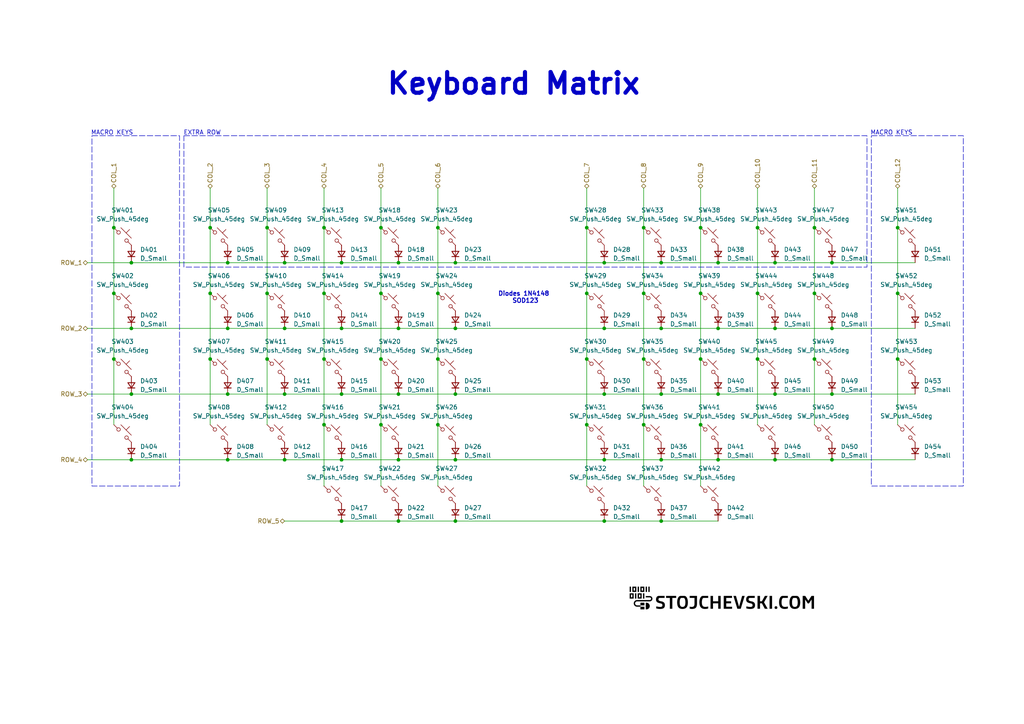
<source format=kicad_sch>
(kicad_sch (version 20231120) (generator "eeschema") (generator_version "8.0")
  (paper "A4")
  (title_block (title "phnx") (date "2024-03-14") (rev "A"))
  (lib_symbols
    (symbol "Device:D_Small" (pin_numbers hide) (pin_names (offset 0.254) hide)
      (property "Reference" "D" (at -1.27 2.032 0))
      (property "Value" "D_Small" (at -3.81 -2.032 0))
      (symbol "D_Small_0_1"
        (polyline (pts (xy -0.762 -1.016) (xy -0.762 1.016)) (stroke (width 0.254)))
        (polyline (pts (xy -0.762 0) (xy 0.762 0)))
        (polyline (pts (xy 0.762 -1.016) (xy -0.762 0) (xy 0.762 1.016) (xy 0.762 -1.016)) (stroke (width 0.254)))
      )
      (symbol "D_Small_1_1"
        (pin passive line (at -2.54 0 0) (length 1.778) (name "K") (number "1"))
        (pin passive line (at 2.54 0 180) (length 1.778) (name "A") (number "2"))
      )
    )
    (symbol "Switch:SW_Push_45deg" (pin_numbers hide) (pin_names (offset 1.016) hide)
      (property "Reference" "SW" (at 3.048 1.016 0))
      (property "Value" "SW_Push_45deg" (at 0 -3.81 0))
      (symbol "SW_Push_45deg_0_1"
        (circle (center -1.1684 1.1684) (radius 0.508))
        (polyline (pts (xy -0.508 2.54) (xy 2.54 -0.508)))
        (polyline (pts (xy 1.016 1.016) (xy 2.032 2.032)))
        (polyline (pts (xy -2.54 2.54) (xy -1.524 1.524) (xy -1.524 1.524)))
        (polyline (pts (xy 1.524 -1.524) (xy 2.54 -2.54) (xy 2.54 -2.54) (xy 2.54 -2.54)))
        (circle (center 1.143 -1.1938) (radius 0.508))
        (pin passive line (at -2.54 2.54 0) (length 0) (name "1") (number "1"))
        (pin passive line (at 2.54 -2.54 180) (length 0) (name "2") (number "2"))
      )
    )
  )
  (junction (at 60.96 85.09))
  (junction (at 203.2 66.04))
  (junction (at 99.06 151.13))
  (junction (at 127 123.19))
  (junction (at 191.77 151.13))
  (junction (at 186.69 104.14))
  (junction (at 224.79 114.3))
  (junction (at 175.26 76.2))
  (junction (at 175.26 95.25))
  (junction (at 132.08 114.3))
  (junction (at 219.71 85.09))
  (junction (at 110.49 85.09))
  (junction (at 110.49 66.04))
  (junction (at 99.06 114.3))
  (junction (at 203.2 85.09))
  (junction (at 175.26 133.35))
  (junction (at 66.04 95.25))
  (junction (at 191.77 76.2))
  (junction (at 77.47 85.09))
  (junction (at 99.06 95.25))
  (junction (at 241.3 95.25))
  (junction (at 66.04 133.35))
  (junction (at 66.04 76.2))
  (junction (at 33.02 66.04))
  (junction (at 127 66.04))
  (junction (at 175.26 114.3))
  (junction (at 186.69 85.09))
  (junction (at 170.18 104.14))
  (junction (at 203.2 123.19))
  (junction (at 208.28 133.35))
  (junction (at 33.02 85.09))
  (junction (at 186.69 123.19))
  (junction (at 82.55 114.3))
  (junction (at 82.55 76.2))
  (junction (at 208.28 95.25))
  (junction (at 93.98 85.09))
  (junction (at 236.22 104.14))
  (junction (at 219.71 104.14))
  (junction (at 236.22 85.09))
  (junction (at 132.08 76.2))
  (junction (at 175.26 151.13))
  (junction (at 170.18 123.19))
  (junction (at 186.69 66.04))
  (junction (at 170.18 85.09))
  (junction (at 224.79 76.2))
  (junction (at 110.49 123.19))
  (junction (at 38.1 133.35))
  (junction (at 60.96 66.04))
  (junction (at 170.18 66.04))
  (junction (at 99.06 133.35))
  (junction (at 99.06 76.2))
  (junction (at 82.55 95.25))
  (junction (at 33.02 104.14))
  (junction (at 93.98 104.14))
  (junction (at 219.71 66.04))
  (junction (at 208.28 114.3))
  (junction (at 132.08 133.35))
  (junction (at 203.2 104.14))
  (junction (at 191.77 114.3))
  (junction (at 241.3 114.3))
  (junction (at 77.47 66.04))
  (junction (at 93.98 123.19))
  (junction (at 260.35 104.14))
  (junction (at 115.57 151.13))
  (junction (at 241.3 133.35))
  (junction (at 38.1 95.25))
  (junction (at 38.1 114.3))
  (junction (at 38.1 76.2))
  (junction (at 241.3 76.2))
  (junction (at 132.08 95.25))
  (junction (at 77.47 104.14))
  (junction (at 110.49 104.14))
  (junction (at 115.57 76.2))
  (junction (at 127 85.09))
  (junction (at 60.96 104.14))
  (junction (at 224.79 133.35))
  (junction (at 260.35 85.09))
  (junction (at 82.55 133.35))
  (junction (at 191.77 133.35))
  (junction (at 127 104.14))
  (junction (at 115.57 114.3))
  (junction (at 224.79 95.25))
  (junction (at 93.98 66.04))
  (junction (at 132.08 151.13))
  (junction (at 236.22 66.04))
  (junction (at 115.57 95.25))
  (junction (at 115.57 133.35))
  (junction (at 208.28 76.2))
  (junction (at 260.35 66.04))
  (junction (at 191.77 95.25))
  (junction (at 66.04 114.3))
  (wire (pts (xy 66.04 95.25) (xy 38.1 95.25)))
  (wire (pts (xy 25.4 133.35) (xy 38.1 133.35)))
  (wire (pts (xy 115.57 95.25) (xy 99.06 95.25)))
  (wire (pts (xy 132.08 151.13) (xy 175.26 151.13)))
  (wire (pts (xy 260.35 85.09) (xy 260.35 104.14)))
  (wire (pts (xy 260.35 66.04) (xy 260.35 85.09)))
  (wire (pts (xy 115.57 114.3) (xy 132.08 114.3)))
  (wire (pts (xy 60.96 85.09) (xy 60.96 104.14)))
  (wire (pts (xy 170.18 85.09) (xy 170.18 104.14)))
  (wire (pts (xy 191.77 95.25) (xy 175.26 95.25)))
  (wire (pts (xy 82.55 133.35) (xy 99.06 133.35)))
  (wire (pts (xy 93.98 85.09) (xy 93.98 104.14)))
  (wire (pts (xy 127 54.61) (xy 127 66.04)))
  (wire (pts (xy 203.2 66.04) (xy 203.2 85.09)))
  (wire (pts (xy 127 85.09) (xy 127 104.14)))
  (wire (pts (xy 241.3 114.3) (xy 265.43 114.3)))
  (wire (pts (xy 110.49 104.14) (xy 110.49 123.19)))
  (wire (pts (xy 110.49 54.61) (xy 110.49 66.04)))
  (wire (pts (xy 208.28 95.25) (xy 191.77 95.25)))
  (wire (pts (xy 132.08 114.3) (xy 175.26 114.3)))
  (wire (pts (xy 60.96 66.04) (xy 60.96 85.09)))
  (wire (pts (xy 66.04 133.35) (xy 82.55 133.35)))
  (wire (pts (xy 208.28 133.35) (xy 224.79 133.35)))
  (wire (pts (xy 219.71 104.14) (xy 219.71 123.19)))
  (wire (pts (xy 82.55 114.3) (xy 99.06 114.3)))
  (wire (pts (xy 203.2 54.61) (xy 203.2 66.04)))
  (wire (pts (xy 175.26 151.13) (xy 191.77 151.13)))
  (wire (pts (xy 33.02 54.61) (xy 33.02 66.04)))
  (wire (pts (xy 132.08 76.2) (xy 175.26 76.2)))
  (wire (pts (xy 175.26 114.3) (xy 191.77 114.3)))
  (wire (pts (xy 132.08 133.35) (xy 175.26 133.35)))
  (wire (pts (xy 110.49 66.04) (xy 110.49 85.09)))
  (wire (pts (xy 186.69 66.04) (xy 186.69 85.09)))
  (wire (pts (xy 93.98 123.19) (xy 93.98 140.97)))
  (wire (pts (xy 170.18 66.04) (xy 170.18 85.09)))
  (wire (pts (xy 115.57 76.2) (xy 132.08 76.2)))
  (wire (pts (xy 82.55 151.13) (xy 99.06 151.13)))
  (wire (pts (xy 82.55 95.25) (xy 66.04 95.25)))
  (wire (pts (xy 115.57 151.13) (xy 132.08 151.13)))
  (wire (pts (xy 203.2 123.19) (xy 203.2 140.97)))
  (wire (pts (xy 82.55 76.2) (xy 99.06 76.2)))
  (wire (pts (xy 127 66.04) (xy 127 85.09)))
  (wire (pts (xy 224.79 76.2) (xy 241.3 76.2)))
  (wire (pts (xy 186.69 54.61) (xy 186.69 66.04)))
  (wire (pts (xy 219.71 85.09) (xy 219.71 104.14)))
  (wire (pts (xy 191.77 133.35) (xy 208.28 133.35)))
  (wire (pts (xy 60.96 104.14) (xy 60.96 123.19)))
  (wire (pts (xy 66.04 76.2) (xy 82.55 76.2)))
  (wire (pts (xy 25.4 114.3) (xy 38.1 114.3)))
  (wire (pts (xy 77.47 54.61) (xy 77.47 66.04)))
  (wire (pts (xy 99.06 76.2) (xy 115.57 76.2)))
  (wire (pts (xy 33.02 66.04) (xy 33.02 85.09)))
  (wire (pts (xy 127 104.14) (xy 127 123.19)))
  (wire (pts (xy 93.98 104.14) (xy 93.98 123.19)))
  (wire (pts (xy 186.69 123.19) (xy 186.69 140.97)))
  (wire (pts (xy 38.1 133.35) (xy 66.04 133.35)))
  (wire (pts (xy 186.69 85.09) (xy 186.69 104.14)))
  (wire (pts (xy 132.08 95.25) (xy 115.57 95.25)))
  (wire (pts (xy 77.47 104.14) (xy 77.47 123.19)))
  (wire (pts (xy 219.71 66.04) (xy 219.71 85.09)))
  (wire (pts (xy 127 123.19) (xy 127 140.97)))
  (wire (pts (xy 33.02 104.14) (xy 33.02 123.19)))
  (wire (pts (xy 236.22 54.61) (xy 236.22 66.04)))
  (wire (pts (xy 203.2 104.14) (xy 203.2 123.19)))
  (wire (pts (xy 99.06 95.25) (xy 82.55 95.25)))
  (wire (pts (xy 38.1 114.3) (xy 66.04 114.3)))
  (wire (pts (xy 170.18 123.19) (xy 170.18 140.97)))
  (wire (pts (xy 260.35 104.14) (xy 260.35 123.19)))
  (wire (pts (xy 175.26 133.35) (xy 191.77 133.35)))
  (wire (pts (xy 224.79 114.3) (xy 241.3 114.3)))
  (wire (pts (xy 241.3 133.35) (xy 265.43 133.35)))
  (wire (pts (xy 33.02 85.09) (xy 33.02 104.14)))
  (wire (pts (xy 99.06 151.13) (xy 115.57 151.13)))
  (wire (pts (xy 186.69 104.14) (xy 186.69 123.19)))
  (wire (pts (xy 170.18 54.61) (xy 170.18 66.04)))
  (wire (pts (xy 93.98 66.04) (xy 93.98 85.09)))
  (wire (pts (xy 236.22 66.04) (xy 236.22 85.09)))
  (wire (pts (xy 110.49 85.09) (xy 110.49 104.14)))
  (wire (pts (xy 260.35 54.61) (xy 260.35 66.04)))
  (wire (pts (xy 93.98 54.61) (xy 93.98 66.04)))
  (wire (pts (xy 219.71 54.61) (xy 219.71 66.04)))
  (wire (pts (xy 208.28 114.3) (xy 224.79 114.3)))
  (wire (pts (xy 66.04 114.3) (xy 82.55 114.3)))
  (wire (pts (xy 38.1 76.2) (xy 66.04 76.2)))
  (wire (pts (xy 236.22 85.09) (xy 236.22 104.14)))
  (wire (pts (xy 110.49 123.19) (xy 110.49 140.97)))
  (wire (pts (xy 38.1 95.25) (xy 25.4 95.25)))
  (wire (pts (xy 241.3 95.25) (xy 224.79 95.25)))
  (wire (pts (xy 224.79 133.35) (xy 241.3 133.35)))
  (wire (pts (xy 203.2 85.09) (xy 203.2 104.14)))
  (wire (pts (xy 77.47 85.09) (xy 77.47 104.14)))
  (wire (pts (xy 241.3 76.2) (xy 265.43 76.2)))
  (wire (pts (xy 170.18 104.14) (xy 170.18 123.19)))
  (wire (pts (xy 99.06 114.3) (xy 115.57 114.3)))
  (wire (pts (xy 265.43 95.25) (xy 241.3 95.25)))
  (wire (pts (xy 60.96 54.61) (xy 60.96 66.04)))
  (wire (pts (xy 175.26 76.2) (xy 191.77 76.2)))
  (wire (pts (xy 115.57 133.35) (xy 132.08 133.35)))
  (wire (pts (xy 191.77 151.13) (xy 208.28 151.13)))
  (wire (pts (xy 77.47 66.04) (xy 77.47 85.09)))
  (wire (pts (xy 224.79 95.25) (xy 208.28 95.25)))
  (wire (pts (xy 25.4 76.2) (xy 38.1 76.2)))
  (wire (pts (xy 99.06 133.35) (xy 115.57 133.35)))
  (wire (pts (xy 175.26 95.25) (xy 132.08 95.25)))
  (wire (pts (xy 191.77 76.2) (xy 208.28 76.2)))
  (wire (pts (xy 191.77 114.3) (xy 208.28 114.3)))
  (wire (pts (xy 236.22 104.14) (xy 236.22 123.19)))
  (wire (pts (xy 208.28 76.2) (xy 224.79 76.2)))
  (rectangle (start 252.73 39.37) (end 279.4 140.97) (stroke (width 0) (type dash)))
  (rectangle (start 26.67 39.37) (end 52.07 140.97) (stroke (width 0) (type dash)))
  (rectangle (start 53.34 39.37) (end 251.46 77.47) (stroke (width 0) (type dash)))
  (image (at 209.55 173.99) (scale 0.132712))
  (text "Keyboard Matrix" (at 111.76 27.94 0) (effects (font (size 6 6) (thickness 1.2) (bold yes)) (justify left bottom)))
  (text "Diodes 1N4148 \nSOD123" (at 152.4 86.36 0) (effects (font (size 1.27 1.27) (bold yes))))
  (text "MACRO KEYS\n" (at 258.572 38.608 0) (effects (font (size 1.27 1.27))))
  (text "EXTRA ROW" (at 58.674 38.608 0) (effects (font (size 1.27 1.27))))
  (text "MACRO KEYS\n" (at 32.512 38.608 0) (effects (font (size 1.27 1.27))))
  (hierarchical_label "ROW_3" (shape bidirectional) (at 25.4 114.3 180))
  (hierarchical_label "COL_12" (shape bidirectional) (at 260.35 54.61 90))
  (hierarchical_label "ROW_5" (shape bidirectional) (at 82.55 151.13 180))
  (hierarchical_label "COL_10" (shape bidirectional) (at 219.71 54.61 90))
  (hierarchical_label "COL_5" (shape bidirectional) (at 110.49 54.61 90))
  (hierarchical_label "ROW_4" (shape bidirectional) (at 25.4 133.35 180))
  (hierarchical_label "COL_11" (shape bidirectional) (at 236.22 54.61 90))
  (hierarchical_label "COL_2" (shape bidirectional) (at 60.96 54.61 90))
  (hierarchical_label "COL_4" (shape bidirectional) (at 93.98 54.61 90))
  (hierarchical_label "ROW_2" (shape bidirectional) (at 25.4 95.25 180))
  (hierarchical_label "ROW_1" (shape bidirectional) (at 25.4 76.2 180))
  (hierarchical_label "COL_1" (shape bidirectional) (at 33.02 54.61 90))
  (hierarchical_label "COL_6" (shape bidirectional) (at 127 54.61 90))
  (hierarchical_label "COL_9" (shape bidirectional) (at 203.2 54.61 90))
  (hierarchical_label "COL_8" (shape bidirectional) (at 186.69 54.61 90))
  (hierarchical_label "COL_3" (shape bidirectional) (at 77.47 54.61 90))
  (hierarchical_label "COL_7" (shape bidirectional) (at 170.18 54.61 90))
  (symbol (lib_id "Device:D_Small") (at 191.77 148.59 90) (unit 1)
    (property "Reference" "D437" (at 194.31 147.3199 90) (effects (justify right)))
    (property "Value" "D_Small" (at 194.31 149.8599 90) (effects (justify right)))
    (property "Footprint" "Diode_SMD:D_SOD-123" (effects (hide yes)))
    (property "Description" "Diode, small symbol" (effects (hide yes)))
    (property "Sim.Device" "D" (effects (hide yes)))
    (property "Sim.Pins" "1=K 2=A" (effects (hide yes)))
  )
  (symbol (lib_id "Switch:SW_Push_45deg") (at 63.5 125.73 0) (unit 1)
    (property "Reference" "SW408" (at 63.5 118.11 0))
    (property "Value" "SW_Push_45deg" (at 63.5 120.65 0))
    (property "Footprint" "Button_Switch_Keyboard:SW_Cherry_MX_1.00u_PCB" (effects (hide yes)))
    (property "Description" "Push button switch, normally open, two pins, 45° tilted" (effects (hide yes)))
  )
  (symbol (lib_id "Device:D_Small") (at 99.06 148.59 90) (unit 1)
    (property "Reference" "D417" (at 101.6 147.3199 90) (effects (justify right)))
    (property "Value" "D_Small" (at 101.6 149.8599 90) (effects (justify right)))
    (property "Footprint" "Diode_SMD:D_SOD-123" (effects (hide yes)))
    (property "Description" "Diode, small symbol" (effects (hide yes)))
    (property "Sim.Device" "D" (effects (hide yes)))
    (property "Sim.Pins" "1=K 2=A" (effects (hide yes)))
  )
  (symbol (lib_id "Device:D_Small") (at 82.55 73.66 90) (unit 1)
    (property "Reference" "D409" (at 85.09 72.3899 90) (effects (justify right)))
    (property "Value" "D_Small" (at 85.09 74.9299 90) (effects (justify right)))
    (property "Footprint" "Diode_SMD:D_SOD-123" (effects (hide yes)))
    (property "Description" "Diode, small symbol" (effects (hide yes)))
    (property "Sim.Device" "D" (effects (hide yes)))
    (property "Sim.Pins" "1=K 2=A" (effects (hide yes)))
  )
  (symbol (lib_id "Device:D_Small") (at 66.04 92.71 90) (unit 1)
    (property "Reference" "D406" (at 68.58 91.4399 90) (effects (justify right)))
    (property "Value" "D_Small" (at 68.58 93.9799 90) (effects (justify right)))
    (property "Footprint" "Diode_SMD:D_SOD-123" (effects (hide yes)))
    (property "Description" "Diode, small symbol" (effects (hide yes)))
    (property "Sim.Device" "D" (effects (hide yes)))
    (property "Sim.Pins" "1=K 2=A" (effects (hide yes)))
  )
  (symbol (lib_id "Device:D_Small") (at 265.43 111.76 90) (unit 1)
    (property "Reference" "D453" (at 267.97 110.4899 90) (effects (justify right)))
    (property "Value" "D_Small" (at 267.97 113.0299 90) (effects (justify right)))
    (property "Footprint" "Diode_SMD:D_SOD-123" (effects (hide yes)))
    (property "Description" "Diode, small symbol" (effects (hide yes)))
    (property "Sim.Device" "D" (effects (hide yes)))
    (property "Sim.Pins" "1=K 2=A" (effects (hide yes)))
  )
  (symbol (lib_id "Device:D_Small") (at 265.43 73.66 90) (unit 1)
    (property "Reference" "D451" (at 267.97 72.3899 90) (effects (justify right)))
    (property "Value" "D_Small" (at 267.97 74.9299 90) (effects (justify right)))
    (property "Footprint" "Diode_SMD:D_SOD-123" (effects (hide yes)))
    (property "Description" "Diode, small symbol" (effects (hide yes)))
    (property "Sim.Device" "D" (effects (hide yes)))
    (property "Sim.Pins" "1=K 2=A" (effects (hide yes)))
  )
  (symbol (lib_id "Switch:SW_Push_45deg") (at 172.72 143.51 0) (unit 1)
    (property "Reference" "SW432" (at 172.72 135.89 0))
    (property "Value" "SW_Push_45deg" (at 172.72 138.43 0))
    (property "Footprint" "Button_Switch_Keyboard:SW_Cherry_MX_1.00u_PCB" (effects (hide yes)))
    (property "Description" "Push button switch, normally open, two pins, 45° tilted" (effects (hide yes)))
  )
  (symbol (lib_id "Switch:SW_Push_45deg") (at 113.03 87.63 0) (unit 1)
    (property "Reference" "SW419" (at 113.03 80.01 0))
    (property "Value" "SW_Push_45deg" (at 113.03 82.55 0))
    (property "Footprint" "Button_Switch_Keyboard:SW_Cherry_MX_1.00u_PCB" (effects (hide yes)))
    (property "Description" "Push button switch, normally open, two pins, 45° tilted" (effects (hide yes)))
  )
  (symbol (lib_id "Switch:SW_Push_45deg") (at 189.23 143.51 0) (unit 1)
    (property "Reference" "SW437" (at 189.23 135.89 0))
    (property "Value" "SW_Push_45deg" (at 189.23 138.43 0))
    (property "Footprint" "Button_Switch_Keyboard:SW_Cherry_MX_1.00u_PCB" (effects (hide yes)))
    (property "Description" "Push button switch, normally open, two pins, 45° tilted" (effects (hide yes)))
  )
  (symbol (lib_id "Switch:SW_Push_45deg") (at 96.52 106.68 0) (unit 1)
    (property "Reference" "SW415" (at 96.52 99.06 0))
    (property "Value" "SW_Push_45deg" (at 96.52 101.6 0))
    (property "Footprint" "Button_Switch_Keyboard:SW_Cherry_MX_1.00u_PCB" (effects (hide yes)))
    (property "Description" "Push button switch, normally open, two pins, 45° tilted" (effects (hide yes)))
  )
  (symbol (lib_id "Device:D_Small") (at 82.55 92.71 90) (unit 1)
    (property "Reference" "D410" (at 85.09 91.4399 90) (effects (justify right)))
    (property "Value" "D_Small" (at 85.09 93.9799 90) (effects (justify right)))
    (property "Footprint" "Diode_SMD:D_SOD-123" (effects (hide yes)))
    (property "Description" "Diode, small symbol" (effects (hide yes)))
    (property "Sim.Device" "D" (effects (hide yes)))
    (property "Sim.Pins" "1=K 2=A" (effects (hide yes)))
  )
  (symbol (lib_id "Switch:SW_Push_45deg") (at 113.03 143.51 0) (unit 1)
    (property "Reference" "SW422" (at 113.03 135.89 0))
    (property "Value" "SW_Push_45deg" (at 113.03 138.43 0))
    (property "Footprint" "Button_Switch_Keyboard:SW_Cherry_MX_1.00u_PCB" (effects (hide yes)))
    (property "Description" "Push button switch, normally open, two pins, 45° tilted" (effects (hide yes)))
  )
  (symbol (lib_id "Switch:SW_Push_45deg") (at 172.72 106.68 0) (unit 1)
    (property "Reference" "SW430" (at 172.72 99.06 0))
    (property "Value" "SW_Push_45deg" (at 172.72 101.6 0))
    (property "Footprint" "Button_Switch_Keyboard:SW_Cherry_MX_1.00u_PCB" (effects (hide yes)))
    (property "Description" "Push button switch, normally open, two pins, 45° tilted" (effects (hide yes)))
  )
  (symbol (lib_id "Switch:SW_Push_45deg") (at 80.01 87.63 0) (unit 1)
    (property "Reference" "SW410" (at 80.01 80.01 0))
    (property "Value" "SW_Push_45deg" (at 80.01 82.55 0))
    (property "Footprint" "Button_Switch_Keyboard:SW_Cherry_MX_1.00u_PCB" (effects (hide yes)))
    (property "Description" "Push button switch, normally open, two pins, 45° tilted" (effects (hide yes)))
  )
  (symbol (lib_id "Switch:SW_Push_45deg") (at 238.76 87.63 0) (unit 1)
    (property "Reference" "SW448" (at 238.76 80.01 0))
    (property "Value" "SW_Push_45deg" (at 238.76 82.55 0))
    (property "Footprint" "Button_Switch_Keyboard:SW_Cherry_MX_1.00u_PCB" (effects (hide yes)))
    (property "Description" "Push button switch, normally open, two pins, 45° tilted" (effects (hide yes)))
  )
  (symbol (lib_id "Device:D_Small") (at 175.26 148.59 90) (unit 1)
    (property "Reference" "D432" (at 177.8 147.3199 90) (effects (justify right)))
    (property "Value" "D_Small" (at 177.8 149.8599 90) (effects (justify right)))
    (property "Footprint" "Diode_SMD:D_SOD-123" (effects (hide yes)))
    (property "Description" "Diode, small symbol" (effects (hide yes)))
    (property "Sim.Device" "D" (effects (hide yes)))
    (property "Sim.Pins" "1=K 2=A" (effects (hide yes)))
  )
  (symbol (lib_id "Device:D_Small") (at 175.26 92.71 90) (unit 1)
    (property "Reference" "D429" (at 177.8 91.4399 90) (effects (justify right)))
    (property "Value" "D_Small" (at 177.8 93.9799 90) (effects (justify right)))
    (property "Footprint" "Diode_SMD:D_SOD-123" (effects (hide yes)))
    (property "Description" "Diode, small symbol" (effects (hide yes)))
    (property "Sim.Device" "D" (effects (hide yes)))
    (property "Sim.Pins" "1=K 2=A" (effects (hide yes)))
  )
  (symbol (lib_id "Device:D_Small") (at 99.06 130.81 90) (unit 1)
    (property "Reference" "D416" (at 101.6 129.5399 90) (effects (justify right)))
    (property "Value" "D_Small" (at 101.6 132.0799 90) (effects (justify right)))
    (property "Footprint" "Diode_SMD:D_SOD-123" (effects (hide yes)))
    (property "Description" "Diode, small symbol" (effects (hide yes)))
    (property "Sim.Device" "D" (effects (hide yes)))
    (property "Sim.Pins" "1=K 2=A" (effects (hide yes)))
  )
  (symbol (lib_id "Device:D_Small") (at 38.1 111.76 90) (unit 1)
    (property "Reference" "D403" (at 40.64 110.4899 90) (effects (justify right)))
    (property "Value" "D_Small" (at 40.64 113.0299 90) (effects (justify right)))
    (property "Footprint" "Diode_SMD:D_SOD-123" (effects (hide yes)))
    (property "Description" "Diode, small symbol" (effects (hide yes)))
    (property "Sim.Device" "D" (effects (hide yes)))
    (property "Sim.Pins" "1=K 2=A" (effects (hide yes)))
  )
  (symbol (lib_id "Switch:SW_Push_45deg") (at 262.89 68.58 0) (unit 1)
    (property "Reference" "SW451" (at 262.89 60.96 0))
    (property "Value" "SW_Push_45deg" (at 262.89 63.5 0))
    (property "Footprint" "Button_Switch_Keyboard:SW_Cherry_MX_1.00u_PCB" (effects (hide yes)))
    (property "Description" "Push button switch, normally open, two pins, 45° tilted" (effects (hide yes)))
  )
  (symbol (lib_id "Device:D_Small") (at 82.55 111.76 90) (unit 1)
    (property "Reference" "D411" (at 85.09 110.4899 90) (effects (justify right)))
    (property "Value" "D_Small" (at 85.09 113.0299 90) (effects (justify right)))
    (property "Footprint" "Diode_SMD:D_SOD-123" (effects (hide yes)))
    (property "Description" "Diode, small symbol" (effects (hide yes)))
    (property "Sim.Device" "D" (effects (hide yes)))
    (property "Sim.Pins" "1=K 2=A" (effects (hide yes)))
  )
  (symbol (lib_id "Switch:SW_Push_45deg") (at 113.03 106.68 0) (unit 1)
    (property "Reference" "SW420" (at 113.03 99.06 0))
    (property "Value" "SW_Push_45deg" (at 113.03 101.6 0))
    (property "Footprint" "Button_Switch_Keyboard:SW_Cherry_MX_1.00u_PCB" (effects (hide yes)))
    (property "Description" "Push button switch, normally open, two pins, 45° tilted" (effects (hide yes)))
  )
  (symbol (lib_id "Device:D_Small") (at 115.57 130.81 90) (unit 1)
    (property "Reference" "D421" (at 118.11 129.5399 90) (effects (justify right)))
    (property "Value" "D_Small" (at 118.11 132.0799 90) (effects (justify right)))
    (property "Footprint" "Diode_SMD:D_SOD-123" (effects (hide yes)))
    (property "Description" "Diode, small symbol" (effects (hide yes)))
    (property "Sim.Device" "D" (effects (hide yes)))
    (property "Sim.Pins" "1=K 2=A" (effects (hide yes)))
  )
  (symbol (lib_id "Switch:SW_Push_45deg") (at 113.03 68.58 0) (unit 1)
    (property "Reference" "SW418" (at 113.03 60.96 0))
    (property "Value" "SW_Push_45deg" (at 113.03 63.5 0))
    (property "Footprint" "Button_Switch_Keyboard:SW_Cherry_MX_1.00u_PCB" (effects (hide yes)))
    (property "Description" "Push button switch, normally open, two pins, 45° tilted" (effects (hide yes)))
  )
  (symbol (lib_id "Device:D_Small") (at 265.43 130.81 90) (unit 1)
    (property "Reference" "D454" (at 267.97 129.5399 90) (effects (justify right)))
    (property "Value" "D_Small" (at 267.97 132.0799 90) (effects (justify right)))
    (property "Footprint" "Diode_SMD:D_SOD-123" (effects (hide yes)))
    (property "Description" "Diode, small symbol" (effects (hide yes)))
    (property "Sim.Device" "D" (effects (hide yes)))
    (property "Sim.Pins" "1=K 2=A" (effects (hide yes)))
  )
  (symbol (lib_id "Device:D_Small") (at 132.08 73.66 90) (unit 1)
    (property "Reference" "D423" (at 134.62 72.3899 90) (effects (justify right)))
    (property "Value" "D_Small" (at 134.62 74.9299 90) (effects (justify right)))
    (property "Footprint" "Diode_SMD:D_SOD-123" (effects (hide yes)))
    (property "Description" "Diode, small symbol" (effects (hide yes)))
    (property "Sim.Device" "D" (effects (hide yes)))
    (property "Sim.Pins" "1=K 2=A" (effects (hide yes)))
  )
  (symbol (lib_id "Switch:SW_Push_45deg") (at 80.01 125.73 0) (unit 1)
    (property "Reference" "SW412" (at 80.01 118.11 0))
    (property "Value" "SW_Push_45deg" (at 80.01 120.65 0))
    (property "Footprint" "Button_Switch_Keyboard:SW_Cherry_MX_1.00u_PCB" (effects (hide yes)))
    (property "Description" "Push button switch, normally open, two pins, 45° tilted" (effects (hide yes)))
  )
  (symbol (lib_id "Switch:SW_Push_45deg") (at 63.5 87.63 0) (unit 1)
    (property "Reference" "SW406" (at 63.5 80.01 0))
    (property "Value" "SW_Push_45deg" (at 63.5 82.55 0))
    (property "Footprint" "Button_Switch_Keyboard:SW_Cherry_MX_1.00u_PCB" (effects (hide yes)))
    (property "Description" "Push button switch, normally open, two pins, 45° tilted" (effects (hide yes)))
  )
  (symbol (lib_id "Device:D_Small") (at 132.08 111.76 90) (unit 1)
    (property "Reference" "D425" (at 134.62 110.4899 90) (effects (justify right)))
    (property "Value" "D_Small" (at 134.62 113.0299 90) (effects (justify right)))
    (property "Footprint" "Diode_SMD:D_SOD-123" (effects (hide yes)))
    (property "Description" "Diode, small symbol" (effects (hide yes)))
    (property "Sim.Device" "D" (effects (hide yes)))
    (property "Sim.Pins" "1=K 2=A" (effects (hide yes)))
  )
  (symbol (lib_id "Device:D_Small") (at 191.77 92.71 90) (unit 1)
    (property "Reference" "D434" (at 194.31 91.4399 90) (effects (justify right)))
    (property "Value" "D_Small" (at 194.31 93.9799 90) (effects (justify right)))
    (property "Footprint" "Diode_SMD:D_SOD-123" (effects (hide yes)))
    (property "Description" "Diode, small symbol" (effects (hide yes)))
    (property "Sim.Device" "D" (effects (hide yes)))
    (property "Sim.Pins" "1=K 2=A" (effects (hide yes)))
  )
  (symbol (lib_id "Device:D_Small") (at 99.06 73.66 90) (unit 1)
    (property "Reference" "D413" (at 101.6 72.3899 90) (effects (justify right)))
    (property "Value" "D_Small" (at 101.6 74.9299 90) (effects (justify right)))
    (property "Footprint" "Diode_SMD:D_SOD-123" (effects (hide yes)))
    (property "Description" "Diode, small symbol" (effects (hide yes)))
    (property "Sim.Device" "D" (effects (hide yes)))
    (property "Sim.Pins" "1=K 2=A" (effects (hide yes)))
  )
  (symbol (lib_id "Device:D_Small") (at 265.43 92.71 90) (unit 1)
    (property "Reference" "D452" (at 267.97 91.4399 90) (effects (justify right)))
    (property "Value" "D_Small" (at 267.97 93.9799 90) (effects (justify right)))
    (property "Footprint" "Diode_SMD:D_SOD-123" (effects (hide yes)))
    (property "Description" "Diode, small symbol" (effects (hide yes)))
    (property "Sim.Device" "D" (effects (hide yes)))
    (property "Sim.Pins" "1=K 2=A" (effects (hide yes)))
  )
  (symbol (lib_id "Switch:SW_Push_45deg") (at 35.56 125.73 0) (unit 1)
    (property "Reference" "SW404" (at 35.56 118.11 0))
    (property "Value" "SW_Push_45deg" (at 35.56 120.65 0))
    (property "Footprint" "Button_Switch_Keyboard:SW_Cherry_MX_1.00u_PCB" (effects (hide yes)))
    (property "Description" "Push button switch, normally open, two pins, 45° tilted" (effects (hide yes)))
  )
  (symbol (lib_id "Device:D_Small") (at 224.79 73.66 90) (unit 1)
    (property "Reference" "D443" (at 227.33 72.3899 90) (effects (justify right)))
    (property "Value" "D_Small" (at 227.33 74.9299 90) (effects (justify right)))
    (property "Footprint" "Diode_SMD:D_SOD-123" (effects (hide yes)))
    (property "Description" "Diode, small symbol" (effects (hide yes)))
    (property "Sim.Device" "D" (effects (hide yes)))
    (property "Sim.Pins" "1=K 2=A" (effects (hide yes)))
  )
  (symbol (lib_id "Switch:SW_Push_45deg") (at 189.23 68.58 0) (unit 1)
    (property "Reference" "SW433" (at 189.23 60.96 0))
    (property "Value" "SW_Push_45deg" (at 189.23 63.5 0))
    (property "Footprint" "Button_Switch_Keyboard:SW_Cherry_MX_1.00u_PCB" (effects (hide yes)))
    (property "Description" "Push button switch, normally open, two pins, 45° tilted" (effects (hide yes)))
  )
  (symbol (lib_id "Switch:SW_Push_45deg") (at 262.89 106.68 0) (unit 1)
    (property "Reference" "SW453" (at 262.89 99.06 0))
    (property "Value" "SW_Push_45deg" (at 262.89 101.6 0))
    (property "Footprint" "Button_Switch_Keyboard:SW_Cherry_MX_1.00u_PCB" (effects (hide yes)))
    (property "Description" "Push button switch, normally open, two pins, 45° tilted" (effects (hide yes)))
  )
  (symbol (lib_id "Switch:SW_Push_45deg") (at 172.72 125.73 0) (unit 1)
    (property "Reference" "SW431" (at 172.72 118.11 0))
    (property "Value" "SW_Push_45deg" (at 172.72 120.65 0))
    (property "Footprint" "Button_Switch_Keyboard:SW_Cherry_MX_1.00u_PCB" (effects (hide yes)))
    (property "Description" "Push button switch, normally open, two pins, 45° tilted" (effects (hide yes)))
  )
  (symbol (lib_id "Switch:SW_Push_45deg") (at 129.54 87.63 0) (unit 1)
    (property "Reference" "SW424" (at 129.54 80.01 0))
    (property "Value" "SW_Push_45deg" (at 129.54 82.55 0))
    (property "Footprint" "Button_Switch_Keyboard:SW_Cherry_MX_1.00u_PCB" (effects (hide yes)))
    (property "Description" "Push button switch, normally open, two pins, 45° tilted" (effects (hide yes)))
  )
  (symbol (lib_id "Switch:SW_Push_45deg") (at 238.76 68.58 0) (unit 1)
    (property "Reference" "SW447" (at 238.76 60.96 0))
    (property "Value" "SW_Push_45deg" (at 238.76 63.5 0))
    (property "Footprint" "Button_Switch_Keyboard:SW_Cherry_MX_1.00u_PCB" (effects (hide yes)))
    (property "Description" "Push button switch, normally open, two pins, 45° tilted" (effects (hide yes)))
  )
  (symbol (lib_id "Device:D_Small") (at 66.04 111.76 90) (unit 1)
    (property "Reference" "D407" (at 68.58 110.4899 90) (effects (justify right)))
    (property "Value" "D_Small" (at 68.58 113.0299 90) (effects (justify right)))
    (property "Footprint" "Diode_SMD:D_SOD-123" (effects (hide yes)))
    (property "Description" "Diode, small symbol" (effects (hide yes)))
    (property "Sim.Device" "D" (effects (hide yes)))
    (property "Sim.Pins" "1=K 2=A" (effects (hide yes)))
  )
  (symbol (lib_id "Device:D_Small") (at 191.77 130.81 90) (unit 1)
    (property "Reference" "D436" (at 194.31 129.5399 90) (effects (justify right)))
    (property "Value" "D_Small" (at 194.31 132.0799 90) (effects (justify right)))
    (property "Footprint" "Diode_SMD:D_SOD-123" (effects (hide yes)))
    (property "Description" "Diode, small symbol" (effects (hide yes)))
    (property "Sim.Device" "D" (effects (hide yes)))
    (property "Sim.Pins" "1=K 2=A" (effects (hide yes)))
  )
  (symbol (lib_id "Switch:SW_Push_45deg") (at 113.03 125.73 0) (unit 1)
    (property "Reference" "SW421" (at 113.03 118.11 0))
    (property "Value" "SW_Push_45deg" (at 113.03 120.65 0))
    (property "Footprint" "Button_Switch_Keyboard:SW_Cherry_MX_1.00u_PCB" (effects (hide yes)))
    (property "Description" "Push button switch, normally open, two pins, 45° tilted" (effects (hide yes)))
  )
  (symbol (lib_id "Device:D_Small") (at 115.57 148.59 90) (unit 1)
    (property "Reference" "D422" (at 118.11 147.3199 90) (effects (justify right)))
    (property "Value" "D_Small" (at 118.11 149.8599 90) (effects (justify right)))
    (property "Footprint" "Diode_SMD:D_SOD-123" (effects (hide yes)))
    (property "Description" "Diode, small symbol" (effects (hide yes)))
    (property "Sim.Device" "D" (effects (hide yes)))
    (property "Sim.Pins" "1=K 2=A" (effects (hide yes)))
  )
  (symbol (lib_id "Switch:SW_Push_45deg") (at 262.89 125.73 0) (unit 1)
    (property "Reference" "SW454" (at 262.89 118.11 0))
    (property "Value" "SW_Push_45deg" (at 262.89 120.65 0))
    (property "Footprint" "Button_Switch_Keyboard:SW_Cherry_MX_1.00u_PCB" (effects (hide yes)))
    (property "Description" "Push button switch, normally open, two pins, 45° tilted" (effects (hide yes)))
  )
  (symbol (lib_id "Device:D_Small") (at 115.57 73.66 90) (unit 1)
    (property "Reference" "D418" (at 118.11 72.3899 90) (effects (justify right)))
    (property "Value" "D_Small" (at 118.11 74.9299 90) (effects (justify right)))
    (property "Footprint" "Diode_SMD:D_SOD-123" (effects (hide yes)))
    (property "Description" "Diode, small symbol" (effects (hide yes)))
    (property "Sim.Device" "D" (effects (hide yes)))
    (property "Sim.Pins" "1=K 2=A" (effects (hide yes)))
  )
  (symbol (lib_id "Device:D_Small") (at 208.28 130.81 90) (unit 1)
    (property "Reference" "D441" (at 210.82 129.5399 90) (effects (justify right)))
    (property "Value" "D_Small" (at 210.82 132.0799 90) (effects (justify right)))
    (property "Footprint" "Diode_SMD:D_SOD-123" (effects (hide yes)))
    (property "Description" "Diode, small symbol" (effects (hide yes)))
    (property "Sim.Device" "D" (effects (hide yes)))
    (property "Sim.Pins" "1=K 2=A" (effects (hide yes)))
  )
  (symbol (lib_id "Device:D_Small") (at 241.3 92.71 90) (unit 1)
    (property "Reference" "D448" (at 243.84 91.4399 90) (effects (justify right)))
    (property "Value" "D_Small" (at 243.84 93.9799 90) (effects (justify right)))
    (property "Footprint" "Diode_SMD:D_SOD-123" (effects (hide yes)))
    (property "Description" "Diode, small symbol" (effects (hide yes)))
    (property "Sim.Device" "D" (effects (hide yes)))
    (property "Sim.Pins" "1=K 2=A" (effects (hide yes)))
  )
  (symbol (lib_id "Switch:SW_Push_45deg") (at 129.54 125.73 0) (unit 1)
    (property "Reference" "SW426" (at 129.54 118.11 0))
    (property "Value" "SW_Push_45deg" (at 129.54 120.65 0))
    (property "Footprint" "Button_Switch_Keyboard:SW_Cherry_MX_1.00u_PCB" (effects (hide yes)))
    (property "Description" "Push button switch, normally open, two pins, 45° tilted" (effects (hide yes)))
  )
  (symbol (lib_id "Switch:SW_Push_45deg") (at 172.72 68.58 0) (unit 1)
    (property "Reference" "SW428" (at 172.72 60.96 0))
    (property "Value" "SW_Push_45deg" (at 172.72 63.5 0))
    (property "Footprint" "Button_Switch_Keyboard:SW_Cherry_MX_1.00u_PCB" (effects (hide yes)))
    (property "Description" "Push button switch, normally open, two pins, 45° tilted" (effects (hide yes)))
  )
  (symbol (lib_id "Device:D_Small") (at 175.26 111.76 90) (unit 1)
    (property "Reference" "D430" (at 177.8 110.4899 90) (effects (justify right)))
    (property "Value" "D_Small" (at 177.8 113.0299 90) (effects (justify right)))
    (property "Footprint" "Diode_SMD:D_SOD-123" (effects (hide yes)))
    (property "Description" "Diode, small symbol" (effects (hide yes)))
    (property "Sim.Device" "D" (effects (hide yes)))
    (property "Sim.Pins" "1=K 2=A" (effects (hide yes)))
  )
  (symbol (lib_id "Device:D_Small") (at 191.77 111.76 90) (unit 1)
    (property "Reference" "D435" (at 194.31 110.4899 90) (effects (justify right)))
    (property "Value" "D_Small" (at 194.31 113.0299 90) (effects (justify right)))
    (property "Footprint" "Diode_SMD:D_SOD-123" (effects (hide yes)))
    (property "Description" "Diode, small symbol" (effects (hide yes)))
    (property "Sim.Device" "D" (effects (hide yes)))
    (property "Sim.Pins" "1=K 2=A" (effects (hide yes)))
  )
  (symbol (lib_id "Device:D_Small") (at 224.79 92.71 90) (unit 1)
    (property "Reference" "D444" (at 227.33 91.4399 90) (effects (justify right)))
    (property "Value" "D_Small" (at 227.33 93.9799 90) (effects (justify right)))
    (property "Footprint" "Diode_SMD:D_SOD-123" (effects (hide yes)))
    (property "Description" "Diode, small symbol" (effects (hide yes)))
    (property "Sim.Device" "D" (effects (hide yes)))
    (property "Sim.Pins" "1=K 2=A" (effects (hide yes)))
  )
  (symbol (lib_id "Switch:SW_Push_45deg") (at 35.56 68.58 0) (unit 1)
    (property "Reference" "SW401" (at 35.56 60.96 0))
    (property "Value" "SW_Push_45deg" (at 35.56 63.5 0))
    (property "Footprint" "Button_Switch_Keyboard:SW_Cherry_MX_1.00u_PCB" (effects (hide yes)))
    (property "Description" "Push button switch, normally open, two pins, 45° tilted" (effects (hide yes)))
  )
  (symbol (lib_id "Switch:SW_Push_45deg") (at 35.56 106.68 0) (unit 1)
    (property "Reference" "SW403" (at 35.56 99.06 0))
    (property "Value" "SW_Push_45deg" (at 35.56 101.6 0))
    (property "Footprint" "Button_Switch_Keyboard:SW_Cherry_MX_1.00u_PCB" (effects (hide yes)))
    (property "Description" "Push button switch, normally open, two pins, 45° tilted" (effects (hide yes)))
  )
  (symbol (lib_id "Device:D_Small") (at 115.57 92.71 90) (unit 1)
    (property "Reference" "D419" (at 118.11 91.4399 90) (effects (justify right)))
    (property "Value" "D_Small" (at 118.11 93.9799 90) (effects (justify right)))
    (property "Footprint" "Diode_SMD:D_SOD-123" (effects (hide yes)))
    (property "Description" "Diode, small symbol" (effects (hide yes)))
    (property "Sim.Device" "D" (effects (hide yes)))
    (property "Sim.Pins" "1=K 2=A" (effects (hide yes)))
  )
  (symbol (lib_id "Switch:SW_Push_45deg") (at 96.52 143.51 0) (unit 1)
    (property "Reference" "SW417" (at 96.52 135.89 0))
    (property "Value" "SW_Push_45deg" (at 96.52 138.43 0))
    (property "Footprint" "Button_Switch_Keyboard:SW_Cherry_MX_1.00u_PCB" (effects (hide yes)))
    (property "Description" "Push button switch, normally open, two pins, 45° tilted" (effects (hide yes)))
  )
  (symbol (lib_id "Device:D_Small") (at 115.57 111.76 90) (unit 1)
    (property "Reference" "D420" (at 118.11 110.4899 90) (effects (justify right)))
    (property "Value" "D_Small" (at 118.11 113.0299 90) (effects (justify right)))
    (property "Footprint" "Diode_SMD:D_SOD-123" (effects (hide yes)))
    (property "Description" "Diode, small symbol" (effects (hide yes)))
    (property "Sim.Device" "D" (effects (hide yes)))
    (property "Sim.Pins" "1=K 2=A" (effects (hide yes)))
  )
  (symbol (lib_id "Device:D_Small") (at 208.28 92.71 90) (unit 1)
    (property "Reference" "D439" (at 210.82 91.4399 90) (effects (justify right)))
    (property "Value" "D_Small" (at 210.82 93.9799 90) (effects (justify right)))
    (property "Footprint" "Diode_SMD:D_SOD-123" (effects (hide yes)))
    (property "Description" "Diode, small symbol" (effects (hide yes)))
    (property "Sim.Device" "D" (effects (hide yes)))
    (property "Sim.Pins" "1=K 2=A" (effects (hide yes)))
  )
  (symbol (lib_id "Switch:SW_Push_45deg") (at 189.23 106.68 0) (unit 1)
    (property "Reference" "SW435" (at 189.23 99.06 0))
    (property "Value" "SW_Push_45deg" (at 189.23 101.6 0))
    (property "Footprint" "Button_Switch_Keyboard:SW_Cherry_MX_1.00u_PCB" (effects (hide yes)))
    (property "Description" "Push button switch, normally open, two pins, 45° tilted" (effects (hide yes)))
  )
  (symbol (lib_id "Switch:SW_Push_45deg") (at 205.74 125.73 0) (unit 1)
    (property "Reference" "SW441" (at 205.74 118.11 0))
    (property "Value" "SW_Push_45deg" (at 205.74 120.65 0))
    (property "Footprint" "Button_Switch_Keyboard:SW_Cherry_MX_1.00u_PCB" (effects (hide yes)))
    (property "Description" "Push button switch, normally open, two pins, 45° tilted" (effects (hide yes)))
  )
  (symbol (lib_id "Device:D_Small") (at 208.28 111.76 90) (unit 1)
    (property "Reference" "D440" (at 210.82 110.4899 90) (effects (justify right)))
    (property "Value" "D_Small" (at 210.82 113.0299 90) (effects (justify right)))
    (property "Footprint" "Diode_SMD:D_SOD-123" (effects (hide yes)))
    (property "Description" "Diode, small symbol" (effects (hide yes)))
    (property "Sim.Device" "D" (effects (hide yes)))
    (property "Sim.Pins" "1=K 2=A" (effects (hide yes)))
  )
  (symbol (lib_id "Switch:SW_Push_45deg") (at 96.52 68.58 0) (unit 1)
    (property "Reference" "SW413" (at 96.52 60.96 0))
    (property "Value" "SW_Push_45deg" (at 96.52 63.5 0))
    (property "Footprint" "Button_Switch_Keyboard:SW_Cherry_MX_1.00u_PCB" (effects (hide yes)))
    (property "Description" "Push button switch, normally open, two pins, 45° tilted" (effects (hide yes)))
  )
  (symbol (lib_id "Switch:SW_Push_45deg") (at 189.23 125.73 0) (unit 1)
    (property "Reference" "SW436" (at 189.23 118.11 0))
    (property "Value" "SW_Push_45deg" (at 189.23 120.65 0))
    (property "Footprint" "Button_Switch_Keyboard:SW_Cherry_MX_1.00u_PCB" (effects (hide yes)))
    (property "Description" "Push button switch, normally open, two pins, 45° tilted" (effects (hide yes)))
  )
  (symbol (lib_id "Switch:SW_Push_45deg") (at 129.54 143.51 0) (unit 1)
    (property "Reference" "SW427" (at 129.54 135.89 0))
    (property "Value" "SW_Push_45deg" (at 129.54 138.43 0))
    (property "Footprint" "Button_Switch_Keyboard:SW_Cherry_MX_1.00u_PCB" (effects (hide yes)))
    (property "Description" "Push button switch, normally open, two pins, 45° tilted" (effects (hide yes)))
  )
  (symbol (lib_id "Switch:SW_Push_45deg") (at 222.25 68.58 0) (unit 1)
    (property "Reference" "SW443" (at 222.25 60.96 0))
    (property "Value" "SW_Push_45deg" (at 222.25 63.5 0))
    (property "Footprint" "Button_Switch_Keyboard:SW_Cherry_MX_1.00u_PCB" (effects (hide yes)))
    (property "Description" "Push button switch, normally open, two pins, 45° tilted" (effects (hide yes)))
  )
  (symbol (lib_id "Switch:SW_Push_45deg") (at 129.54 106.68 0) (unit 1)
    (property "Reference" "SW425" (at 129.54 99.06 0))
    (property "Value" "SW_Push_45deg" (at 129.54 101.6 0))
    (property "Footprint" "Button_Switch_Keyboard:SW_Cherry_MX_1.00u_PCB" (effects (hide yes)))
    (property "Description" "Push button switch, normally open, two pins, 45° tilted" (effects (hide yes)))
  )
  (symbol (lib_id "Switch:SW_Push_45deg") (at 80.01 68.58 0) (unit 1)
    (property "Reference" "SW409" (at 80.01 60.96 0))
    (property "Value" "SW_Push_45deg" (at 80.01 63.5 0))
    (property "Footprint" "Button_Switch_Keyboard:SW_Cherry_MX_1.00u_PCB" (effects (hide yes)))
    (property "Description" "Push button switch, normally open, two pins, 45° tilted" (effects (hide yes)))
  )
  (symbol (lib_id "Switch:SW_Push_45deg") (at 129.54 68.58 0) (unit 1)
    (property "Reference" "SW423" (at 129.54 60.96 0))
    (property "Value" "SW_Push_45deg" (at 129.54 63.5 0))
    (property "Footprint" "Button_Switch_Keyboard:SW_Cherry_MX_1.00u_PCB" (effects (hide yes)))
    (property "Description" "Push button switch, normally open, two pins, 45° tilted" (effects (hide yes)))
  )
  (symbol (lib_id "Device:D_Small") (at 241.3 130.81 90) (unit 1)
    (property "Reference" "D450" (at 243.84 129.5399 90) (effects (justify right)))
    (property "Value" "D_Small" (at 243.84 132.0799 90) (effects (justify right)))
    (property "Footprint" "Diode_SMD:D_SOD-123" (effects (hide yes)))
    (property "Description" "Diode, small symbol" (effects (hide yes)))
    (property "Sim.Device" "D" (effects (hide yes)))
    (property "Sim.Pins" "1=K 2=A" (effects (hide yes)))
  )
  (symbol (lib_id "Device:D_Small") (at 66.04 130.81 90) (unit 1)
    (property "Reference" "D408" (at 68.58 129.5399 90) (effects (justify right)))
    (property "Value" "D_Small" (at 68.58 132.0799 90) (effects (justify right)))
    (property "Footprint" "Diode_SMD:D_SOD-123" (effects (hide yes)))
    (property "Description" "Diode, small symbol" (effects (hide yes)))
    (property "Sim.Device" "D" (effects (hide yes)))
    (property "Sim.Pins" "1=K 2=A" (effects (hide yes)))
  )
  (symbol (lib_id "Device:D_Small") (at 38.1 130.81 90) (unit 1)
    (property "Reference" "D404" (at 40.64 129.5399 90) (effects (justify right)))
    (property "Value" "D_Small" (at 40.64 132.0799 90) (effects (justify right)))
    (property "Footprint" "Diode_SMD:D_SOD-123" (effects (hide yes)))
    (property "Description" "Diode, small symbol" (effects (hide yes)))
    (property "Sim.Device" "D" (effects (hide yes)))
    (property "Sim.Pins" "1=K 2=A" (effects (hide yes)))
  )
  (symbol (lib_id "Switch:SW_Push_45deg") (at 205.74 87.63 0) (unit 1)
    (property "Reference" "SW439" (at 205.74 80.01 0))
    (property "Value" "SW_Push_45deg" (at 205.74 82.55 0))
    (property "Footprint" "Button_Switch_Keyboard:SW_Cherry_MX_1.00u_PCB" (effects (hide yes)))
    (property "Description" "Push button switch, normally open, two pins, 45° tilted" (effects (hide yes)))
  )
  (symbol (lib_id "Switch:SW_Push_45deg") (at 222.25 125.73 0) (unit 1)
    (property "Reference" "SW446" (at 222.25 118.11 0))
    (property "Value" "SW_Push_45deg" (at 222.25 120.65 0))
    (property "Footprint" "Button_Switch_Keyboard:SW_Cherry_MX_1.00u_PCB" (effects (hide yes)))
    (property "Description" "Push button switch, normally open, two pins, 45° tilted" (effects (hide yes)))
  )
  (symbol (lib_id "Device:D_Small") (at 224.79 130.81 90) (unit 1)
    (property "Reference" "D446" (at 227.33 129.5399 90) (effects (justify right)))
    (property "Value" "D_Small" (at 227.33 132.0799 90) (effects (justify right)))
    (property "Footprint" "Diode_SMD:D_SOD-123" (effects (hide yes)))
    (property "Description" "Diode, small symbol" (effects (hide yes)))
    (property "Sim.Device" "D" (effects (hide yes)))
    (property "Sim.Pins" "1=K 2=A" (effects (hide yes)))
  )
  (symbol (lib_id "Device:D_Small") (at 66.04 73.66 90) (unit 1)
    (property "Reference" "D405" (at 68.58 72.3899 90) (effects (justify right)))
    (property "Value" "D_Small" (at 68.58 74.9299 90) (effects (justify right)))
    (property "Footprint" "Diode_SMD:D_SOD-123" (effects (hide yes)))
    (property "Description" "Diode, small symbol" (effects (hide yes)))
    (property "Sim.Device" "D" (effects (hide yes)))
    (property "Sim.Pins" "1=K 2=A" (effects (hide yes)))
  )
  (symbol (lib_id "Device:D_Small") (at 224.79 111.76 90) (unit 1)
    (property "Reference" "D445" (at 227.33 110.4899 90) (effects (justify right)))
    (property "Value" "D_Small" (at 227.33 113.0299 90) (effects (justify right)))
    (property "Footprint" "Diode_SMD:D_SOD-123" (effects (hide yes)))
    (property "Description" "Diode, small symbol" (effects (hide yes)))
    (property "Sim.Device" "D" (effects (hide yes)))
    (property "Sim.Pins" "1=K 2=A" (effects (hide yes)))
  )
  (symbol (lib_id "Switch:SW_Push_45deg") (at 172.72 87.63 0) (unit 1)
    (property "Reference" "SW429" (at 172.72 80.01 0))
    (property "Value" "SW_Push_45deg" (at 172.72 82.55 0))
    (property "Footprint" "Button_Switch_Keyboard:SW_Cherry_MX_1.00u_PCB" (effects (hide yes)))
    (property "Description" "Push button switch, normally open, two pins, 45° tilted" (effects (hide yes)))
  )
  (symbol (lib_id "Device:D_Small") (at 132.08 130.81 90) (unit 1)
    (property "Reference" "D426" (at 134.62 129.5399 90) (effects (justify right)))
    (property "Value" "D_Small" (at 134.62 132.0799 90) (effects (justify right)))
    (property "Footprint" "Diode_SMD:D_SOD-123" (effects (hide yes)))
    (property "Description" "Diode, small symbol" (effects (hide yes)))
    (property "Sim.Device" "D" (effects (hide yes)))
    (property "Sim.Pins" "1=K 2=A" (effects (hide yes)))
  )
  (symbol (lib_id "Device:D_Small") (at 99.06 111.76 90) (unit 1)
    (property "Reference" "D415" (at 101.6 110.4899 90) (effects (justify right)))
    (property "Value" "D_Small" (at 101.6 113.0299 90) (effects (justify right)))
    (property "Footprint" "Diode_SMD:D_SOD-123" (effects (hide yes)))
    (property "Description" "Diode, small symbol" (effects (hide yes)))
    (property "Sim.Device" "D" (effects (hide yes)))
    (property "Sim.Pins" "1=K 2=A" (effects (hide yes)))
  )
  (symbol (lib_id "Switch:SW_Push_45deg") (at 35.56 87.63 0) (unit 1)
    (property "Reference" "SW402" (at 35.56 80.01 0))
    (property "Value" "SW_Push_45deg" (at 35.56 82.55 0))
    (property "Footprint" "Button_Switch_Keyboard:SW_Cherry_MX_1.00u_PCB" (effects (hide yes)))
    (property "Description" "Push button switch, normally open, two pins, 45° tilted" (effects (hide yes)))
  )
  (symbol (lib_id "Switch:SW_Push_45deg") (at 205.74 143.51 0) (unit 1)
    (property "Reference" "SW442" (at 205.74 135.89 0))
    (property "Value" "SW_Push_45deg" (at 205.74 138.43 0))
    (property "Footprint" "Button_Switch_Keyboard:SW_Cherry_MX_1.00u_PCB" (effects (hide yes)))
    (property "Description" "Push button switch, normally open, two pins, 45° tilted" (effects (hide yes)))
  )
  (symbol (lib_id "Switch:SW_Push_45deg") (at 96.52 87.63 0) (unit 1)
    (property "Reference" "SW414" (at 96.52 80.01 0))
    (property "Value" "SW_Push_45deg" (at 96.52 82.55 0))
    (property "Footprint" "Button_Switch_Keyboard:SW_Cherry_MX_1.00u_PCB" (effects (hide yes)))
    (property "Description" "Push button switch, normally open, two pins, 45° tilted" (effects (hide yes)))
  )
  (symbol (lib_id "Switch:SW_Push_45deg") (at 96.52 125.73 0) (unit 1)
    (property "Reference" "SW416" (at 96.52 118.11 0))
    (property "Value" "SW_Push_45deg" (at 96.52 120.65 0))
    (property "Footprint" "Button_Switch_Keyboard:SW_Cherry_MX_1.00u_PCB" (effects (hide yes)))
    (property "Description" "Push button switch, normally open, two pins, 45° tilted" (effects (hide yes)))
  )
  (symbol (lib_id "Switch:SW_Push_45deg") (at 222.25 106.68 0) (unit 1)
    (property "Reference" "SW445" (at 222.25 99.06 0))
    (property "Value" "SW_Push_45deg" (at 222.25 101.6 0))
    (property "Footprint" "Button_Switch_Keyboard:SW_Cherry_MX_1.00u_PCB" (effects (hide yes)))
    (property "Description" "Push button switch, normally open, two pins, 45° tilted" (effects (hide yes)))
  )
  (symbol (lib_id "Device:D_Small") (at 99.06 92.71 90) (unit 1)
    (property "Reference" "D414" (at 101.6 91.4399 90) (effects (justify right)))
    (property "Value" "D_Small" (at 101.6 93.9799 90) (effects (justify right)))
    (property "Footprint" "Diode_SMD:D_SOD-123" (effects (hide yes)))
    (property "Description" "Diode, small symbol" (effects (hide yes)))
    (property "Sim.Device" "D" (effects (hide yes)))
    (property "Sim.Pins" "1=K 2=A" (effects (hide yes)))
  )
  (symbol (lib_id "Switch:SW_Push_45deg") (at 63.5 106.68 0) (unit 1)
    (property "Reference" "SW407" (at 63.5 99.06 0))
    (property "Value" "SW_Push_45deg" (at 63.5 101.6 0))
    (property "Footprint" "Button_Switch_Keyboard:SW_Cherry_MX_1.00u_PCB" (effects (hide yes)))
    (property "Description" "Push button switch, normally open, two pins, 45° tilted" (effects (hide yes)))
  )
  (symbol (lib_id "Switch:SW_Push_45deg") (at 205.74 106.68 0) (unit 1)
    (property "Reference" "SW440" (at 205.74 99.06 0))
    (property "Value" "SW_Push_45deg" (at 205.74 101.6 0))
    (property "Footprint" "Button_Switch_Keyboard:SW_Cherry_MX_1.00u_PCB" (effects (hide yes)))
    (property "Description" "Push button switch, normally open, two pins, 45° tilted" (effects (hide yes)))
  )
  (symbol (lib_id "Device:D_Small") (at 38.1 73.66 90) (unit 1)
    (property "Reference" "D401" (at 40.64 72.3899 90) (effects (justify right)))
    (property "Value" "D_Small" (at 40.64 74.9299 90) (effects (justify right)))
    (property "Footprint" "Diode_SMD:D_SOD-123" (effects (hide yes)))
    (property "Description" "Diode, small symbol" (effects (hide yes)))
    (property "Sim.Device" "D" (effects (hide yes)))
    (property "Sim.Pins" "1=K 2=A" (effects (hide yes)))
  )
  (symbol (lib_id "Switch:SW_Push_45deg") (at 63.5 68.58 0) (unit 1)
    (property "Reference" "SW405" (at 63.5 60.96 0))
    (property "Value" "SW_Push_45deg" (at 63.5 63.5 0))
    (property "Footprint" "Button_Switch_Keyboard:SW_Cherry_MX_1.00u_PCB" (effects (hide yes)))
    (property "Description" "Push button switch, normally open, two pins, 45° tilted" (effects (hide yes)))
  )
  (symbol (lib_id "Device:D_Small") (at 38.1 92.71 90) (unit 1)
    (property "Reference" "D402" (at 40.64 91.4399 90) (effects (justify right)))
    (property "Value" "D_Small" (at 40.64 93.9799 90) (effects (justify right)))
    (property "Footprint" "Diode_SMD:D_SOD-123" (effects (hide yes)))
    (property "Description" "Diode, small symbol" (effects (hide yes)))
    (property "Sim.Device" "D" (effects (hide yes)))
    (property "Sim.Pins" "1=K 2=A" (effects (hide yes)))
  )
  (symbol (lib_id "Switch:SW_Push_45deg") (at 238.76 125.73 0) (unit 1)
    (property "Reference" "SW450" (at 238.76 118.11 0))
    (property "Value" "SW_Push_45deg" (at 238.76 120.65 0))
    (property "Footprint" "Button_Switch_Keyboard:SW_Cherry_MX_1.00u_PCB" (effects (hide yes)))
    (property "Description" "Push button switch, normally open, two pins, 45° tilted" (effects (hide yes)))
  )
  (symbol (lib_id "Device:D_Small") (at 191.77 73.66 90) (unit 1)
    (property "Reference" "D433" (at 194.31 72.3899 90) (effects (justify right)))
    (property "Value" "D_Small" (at 194.31 74.9299 90) (effects (justify right)))
    (property "Footprint" "Diode_SMD:D_SOD-123" (effects (hide yes)))
    (property "Description" "Diode, small symbol" (effects (hide yes)))
    (property "Sim.Device" "D" (effects (hide yes)))
    (property "Sim.Pins" "1=K 2=A" (effects (hide yes)))
  )
  (symbol (lib_id "Device:D_Small") (at 175.26 130.81 90) (unit 1)
    (property "Reference" "D431" (at 177.8 129.5399 90) (effects (justify right)))
    (property "Value" "D_Small" (at 177.8 132.0799 90) (effects (justify right)))
    (property "Footprint" "Diode_SMD:D_SOD-123" (effects (hide yes)))
    (property "Description" "Diode, small symbol" (effects (hide yes)))
    (property "Sim.Device" "D" (effects (hide yes)))
    (property "Sim.Pins" "1=K 2=A" (effects (hide yes)))
  )
  (symbol (lib_id "Device:D_Small") (at 208.28 148.59 90) (unit 1)
    (property "Reference" "D442" (at 210.82 147.3199 90) (effects (justify right)))
    (property "Value" "D_Small" (at 210.82 149.8599 90) (effects (justify right)))
    (property "Footprint" "Diode_SMD:D_SOD-123" (effects (hide yes)))
    (property "Description" "Diode, small symbol" (effects (hide yes)))
    (property "Sim.Device" "D" (effects (hide yes)))
    (property "Sim.Pins" "1=K 2=A" (effects (hide yes)))
  )
  (symbol (lib_id "Switch:SW_Push_45deg") (at 205.74 68.58 0) (unit 1)
    (property "Reference" "SW438" (at 205.74 60.96 0))
    (property "Value" "SW_Push_45deg" (at 205.74 63.5 0))
    (property "Footprint" "Button_Switch_Keyboard:SW_Cherry_MX_1.00u_PCB" (effects (hide yes)))
    (property "Description" "Push button switch, normally open, two pins, 45° tilted" (effects (hide yes)))
  )
  (symbol (lib_id "Switch:SW_Push_45deg") (at 222.25 87.63 0) (unit 1)
    (property "Reference" "SW444" (at 222.25 80.01 0))
    (property "Value" "SW_Push_45deg" (at 222.25 82.55 0))
    (property "Footprint" "Button_Switch_Keyboard:SW_Cherry_MX_1.00u_PCB" (effects (hide yes)))
    (property "Description" "Push button switch, normally open, two pins, 45° tilted" (effects (hide yes)))
  )
  (symbol (lib_id "Device:D_Small") (at 208.28 73.66 90) (unit 1)
    (property "Reference" "D438" (at 210.82 72.3899 90) (effects (justify right)))
    (property "Value" "D_Small" (at 210.82 74.9299 90) (effects (justify right)))
    (property "Footprint" "Diode_SMD:D_SOD-123" (effects (hide yes)))
    (property "Description" "Diode, small symbol" (effects (hide yes)))
    (property "Sim.Device" "D" (effects (hide yes)))
    (property "Sim.Pins" "1=K 2=A" (effects (hide yes)))
  )
  (symbol (lib_id "Device:D_Small") (at 132.08 148.59 90) (unit 1)
    (property "Reference" "D427" (at 134.62 147.3199 90) (effects (justify right)))
    (property "Value" "D_Small" (at 134.62 149.8599 90) (effects (justify right)))
    (property "Footprint" "Diode_SMD:D_SOD-123" (effects (hide yes)))
    (property "Description" "Diode, small symbol" (effects (hide yes)))
    (property "Sim.Device" "D" (effects (hide yes)))
    (property "Sim.Pins" "1=K 2=A" (effects (hide yes)))
  )
  (symbol (lib_id "Device:D_Small") (at 241.3 73.66 90) (unit 1)
    (property "Reference" "D447" (at 243.84 72.3899 90) (effects (justify right)))
    (property "Value" "D_Small" (at 243.84 74.9299 90) (effects (justify right)))
    (property "Footprint" "Diode_SMD:D_SOD-123" (effects (hide yes)))
    (property "Description" "Diode, small symbol" (effects (hide yes)))
    (property "Sim.Device" "D" (effects (hide yes)))
    (property "Sim.Pins" "1=K 2=A" (effects (hide yes)))
  )
  (symbol (lib_id "Device:D_Small") (at 175.26 73.66 90) (unit 1)
    (property "Reference" "D428" (at 177.8 72.3899 90) (effects (justify right)))
    (property "Value" "D_Small" (at 177.8 74.9299 90) (effects (justify right)))
    (property "Footprint" "Diode_SMD:D_SOD-123" (effects (hide yes)))
    (property "Description" "Diode, small symbol" (effects (hide yes)))
    (property "Sim.Device" "D" (effects (hide yes)))
    (property "Sim.Pins" "1=K 2=A" (effects (hide yes)))
  )
  (symbol (lib_id "Switch:SW_Push_45deg") (at 238.76 106.68 0) (unit 1)
    (property "Reference" "SW449" (at 238.76 99.06 0))
    (property "Value" "SW_Push_45deg" (at 238.76 101.6 0))
    (property "Footprint" "Button_Switch_Keyboard:SW_Cherry_MX_1.00u_PCB" (effects (hide yes)))
    (property "Description" "Push button switch, normally open, two pins, 45° tilted" (effects (hide yes)))
  )
  (symbol (lib_id "Switch:SW_Push_45deg") (at 189.23 87.63 0) (unit 1)
    (property "Reference" "SW434" (at 189.23 80.01 0))
    (property "Value" "SW_Push_45deg" (at 189.23 82.55 0))
    (property "Footprint" "Button_Switch_Keyboard:SW_Cherry_MX_1.00u_PCB" (effects (hide yes)))
    (property "Description" "Push button switch, normally open, two pins, 45° tilted" (effects (hide yes)))
  )
  (symbol (lib_id "Device:D_Small") (at 241.3 111.76 90) (unit 1)
    (property "Reference" "D449" (at 243.84 110.4899 90) (effects (justify right)))
    (property "Value" "D_Small" (at 243.84 113.0299 90) (effects (justify right)))
    (property "Footprint" "Diode_SMD:D_SOD-123" (effects (hide yes)))
    (property "Description" "Diode, small symbol" (effects (hide yes)))
    (property "Sim.Device" "D" (effects (hide yes)))
    (property "Sim.Pins" "1=K 2=A" (effects (hide yes)))
  )
  (symbol (lib_id "Switch:SW_Push_45deg") (at 80.01 106.68 0) (unit 1)
    (property "Reference" "SW411" (at 80.01 99.06 0))
    (property "Value" "SW_Push_45deg" (at 80.01 101.6 0))
    (property "Footprint" "Button_Switch_Keyboard:SW_Cherry_MX_1.00u_PCB" (effects (hide yes)))
    (property "Description" "Push button switch, normally open, two pins, 45° tilted" (effects (hide yes)))
  )
  (symbol (lib_id "Device:D_Small") (at 82.55 130.81 90) (unit 1)
    (property "Reference" "D412" (at 85.09 129.5399 90) (effects (justify right)))
    (property "Value" "D_Small" (at 85.09 132.0799 90) (effects (justify right)))
    (property "Footprint" "Diode_SMD:D_SOD-123" (effects (hide yes)))
    (property "Description" "Diode, small symbol" (effects (hide yes)))
    (property "Sim.Device" "D" (effects (hide yes)))
    (property "Sim.Pins" "1=K 2=A" (effects (hide yes)))
  )
  (symbol (lib_id "Device:D_Small") (at 132.08 92.71 90) (unit 1)
    (property "Reference" "D424" (at 134.62 91.4399 90) (effects (justify right)))
    (property "Value" "D_Small" (at 134.62 93.9799 90) (effects (justify right)))
    (property "Footprint" "Diode_SMD:D_SOD-123" (effects (hide yes)))
    (property "Description" "Diode, small symbol" (effects (hide yes)))
    (property "Sim.Device" "D" (effects (hide yes)))
    (property "Sim.Pins" "1=K 2=A" (effects (hide yes)))
  )
  (symbol (lib_id "Switch:SW_Push_45deg") (at 262.89 87.63 0) (unit 1)
    (property "Reference" "SW452" (at 262.89 80.01 0))
    (property "Value" "SW_Push_45deg" (at 262.89 82.55 0))
    (property "Footprint" "Button_Switch_Keyboard:SW_Cherry_MX_1.00u_PCB" (effects (hide yes)))
    (property "Description" "Push button switch, normally open, two pins, 45° tilted" (effects (hide yes)))
  )
)
</source>
